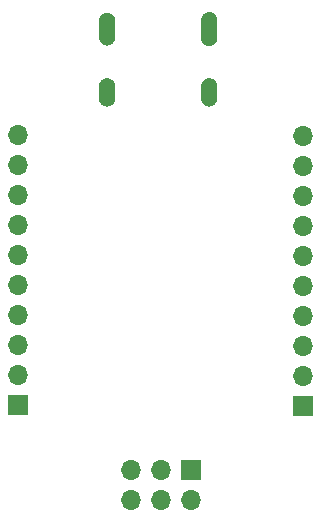
<source format=gbr>
%TF.GenerationSoftware,KiCad,Pcbnew,(6.0.7)*%
%TF.CreationDate,2022-09-02T00:32:44-07:00*%
%TF.ProjectId,HARDWARE_USBC_ISP_Programmer,48415244-5741-4524-955f-555342435f49,rev?*%
%TF.SameCoordinates,Original*%
%TF.FileFunction,Soldermask,Bot*%
%TF.FilePolarity,Negative*%
%FSLAX46Y46*%
G04 Gerber Fmt 4.6, Leading zero omitted, Abs format (unit mm)*
G04 Created by KiCad (PCBNEW (6.0.7)) date 2022-09-02 00:32:44*
%MOMM*%
%LPD*%
G01*
G04 APERTURE LIST*
%ADD10C,0.010000*%
%ADD11R,1.700000X1.700000*%
%ADD12O,1.700000X1.700000*%
G04 APERTURE END LIST*
%TO.C,J1*%
G36*
X68114000Y-90911000D02*
G01*
X68148000Y-90914000D01*
X68182000Y-90918000D01*
X68215000Y-90924000D01*
X68248000Y-90932000D01*
X68281000Y-90942000D01*
X68313000Y-90953000D01*
X68344000Y-90966000D01*
X68375000Y-90981000D01*
X68405000Y-90997000D01*
X68434000Y-91015000D01*
X68462000Y-91034000D01*
X68489000Y-91055000D01*
X68515000Y-91077000D01*
X68540000Y-91100000D01*
X68563000Y-91125000D01*
X68585000Y-91151000D01*
X68606000Y-91178000D01*
X68625000Y-91206000D01*
X68643000Y-91235000D01*
X68659000Y-91265000D01*
X68674000Y-91296000D01*
X68687000Y-91327000D01*
X68698000Y-91359000D01*
X68708000Y-91392000D01*
X68716000Y-91425000D01*
X68722000Y-91458000D01*
X68726000Y-91492000D01*
X68729000Y-91526000D01*
X68730000Y-91560000D01*
X68730000Y-92560000D01*
X68729000Y-92594000D01*
X68726000Y-92628000D01*
X68722000Y-92662000D01*
X68716000Y-92695000D01*
X68708000Y-92728000D01*
X68698000Y-92761000D01*
X68687000Y-92793000D01*
X68674000Y-92824000D01*
X68659000Y-92855000D01*
X68643000Y-92885000D01*
X68625000Y-92914000D01*
X68606000Y-92942000D01*
X68585000Y-92969000D01*
X68563000Y-92995000D01*
X68540000Y-93020000D01*
X68515000Y-93043000D01*
X68489000Y-93065000D01*
X68462000Y-93086000D01*
X68434000Y-93105000D01*
X68405000Y-93123000D01*
X68375000Y-93139000D01*
X68344000Y-93154000D01*
X68313000Y-93167000D01*
X68281000Y-93178000D01*
X68248000Y-93188000D01*
X68215000Y-93196000D01*
X68182000Y-93202000D01*
X68148000Y-93206000D01*
X68114000Y-93209000D01*
X68080000Y-93210000D01*
X68046000Y-93209000D01*
X68012000Y-93206000D01*
X67978000Y-93202000D01*
X67945000Y-93196000D01*
X67912000Y-93188000D01*
X67879000Y-93178000D01*
X67847000Y-93167000D01*
X67816000Y-93154000D01*
X67785000Y-93139000D01*
X67755000Y-93123000D01*
X67726000Y-93105000D01*
X67698000Y-93086000D01*
X67671000Y-93065000D01*
X67645000Y-93043000D01*
X67620000Y-93020000D01*
X67597000Y-92995000D01*
X67575000Y-92969000D01*
X67554000Y-92942000D01*
X67535000Y-92914000D01*
X67517000Y-92885000D01*
X67501000Y-92855000D01*
X67486000Y-92824000D01*
X67473000Y-92793000D01*
X67462000Y-92761000D01*
X67452000Y-92728000D01*
X67444000Y-92695000D01*
X67438000Y-92662000D01*
X67434000Y-92628000D01*
X67431000Y-92594000D01*
X67430000Y-92560000D01*
X67430000Y-91560000D01*
X67431000Y-91526000D01*
X67434000Y-91492000D01*
X67438000Y-91458000D01*
X67444000Y-91425000D01*
X67452000Y-91392000D01*
X67462000Y-91359000D01*
X67473000Y-91327000D01*
X67486000Y-91296000D01*
X67501000Y-91265000D01*
X67517000Y-91235000D01*
X67535000Y-91206000D01*
X67554000Y-91178000D01*
X67575000Y-91151000D01*
X67597000Y-91125000D01*
X67620000Y-91100000D01*
X67645000Y-91077000D01*
X67671000Y-91055000D01*
X67698000Y-91034000D01*
X67726000Y-91015000D01*
X67755000Y-90997000D01*
X67785000Y-90981000D01*
X67816000Y-90966000D01*
X67847000Y-90953000D01*
X67879000Y-90942000D01*
X67912000Y-90932000D01*
X67945000Y-90924000D01*
X67978000Y-90918000D01*
X68012000Y-90914000D01*
X68046000Y-90911000D01*
X68080000Y-90910000D01*
X68114000Y-90911000D01*
G37*
D10*
X68114000Y-90911000D02*
X68148000Y-90914000D01*
X68182000Y-90918000D01*
X68215000Y-90924000D01*
X68248000Y-90932000D01*
X68281000Y-90942000D01*
X68313000Y-90953000D01*
X68344000Y-90966000D01*
X68375000Y-90981000D01*
X68405000Y-90997000D01*
X68434000Y-91015000D01*
X68462000Y-91034000D01*
X68489000Y-91055000D01*
X68515000Y-91077000D01*
X68540000Y-91100000D01*
X68563000Y-91125000D01*
X68585000Y-91151000D01*
X68606000Y-91178000D01*
X68625000Y-91206000D01*
X68643000Y-91235000D01*
X68659000Y-91265000D01*
X68674000Y-91296000D01*
X68687000Y-91327000D01*
X68698000Y-91359000D01*
X68708000Y-91392000D01*
X68716000Y-91425000D01*
X68722000Y-91458000D01*
X68726000Y-91492000D01*
X68729000Y-91526000D01*
X68730000Y-91560000D01*
X68730000Y-92560000D01*
X68729000Y-92594000D01*
X68726000Y-92628000D01*
X68722000Y-92662000D01*
X68716000Y-92695000D01*
X68708000Y-92728000D01*
X68698000Y-92761000D01*
X68687000Y-92793000D01*
X68674000Y-92824000D01*
X68659000Y-92855000D01*
X68643000Y-92885000D01*
X68625000Y-92914000D01*
X68606000Y-92942000D01*
X68585000Y-92969000D01*
X68563000Y-92995000D01*
X68540000Y-93020000D01*
X68515000Y-93043000D01*
X68489000Y-93065000D01*
X68462000Y-93086000D01*
X68434000Y-93105000D01*
X68405000Y-93123000D01*
X68375000Y-93139000D01*
X68344000Y-93154000D01*
X68313000Y-93167000D01*
X68281000Y-93178000D01*
X68248000Y-93188000D01*
X68215000Y-93196000D01*
X68182000Y-93202000D01*
X68148000Y-93206000D01*
X68114000Y-93209000D01*
X68080000Y-93210000D01*
X68046000Y-93209000D01*
X68012000Y-93206000D01*
X67978000Y-93202000D01*
X67945000Y-93196000D01*
X67912000Y-93188000D01*
X67879000Y-93178000D01*
X67847000Y-93167000D01*
X67816000Y-93154000D01*
X67785000Y-93139000D01*
X67755000Y-93123000D01*
X67726000Y-93105000D01*
X67698000Y-93086000D01*
X67671000Y-93065000D01*
X67645000Y-93043000D01*
X67620000Y-93020000D01*
X67597000Y-92995000D01*
X67575000Y-92969000D01*
X67554000Y-92942000D01*
X67535000Y-92914000D01*
X67517000Y-92885000D01*
X67501000Y-92855000D01*
X67486000Y-92824000D01*
X67473000Y-92793000D01*
X67462000Y-92761000D01*
X67452000Y-92728000D01*
X67444000Y-92695000D01*
X67438000Y-92662000D01*
X67434000Y-92628000D01*
X67431000Y-92594000D01*
X67430000Y-92560000D01*
X67430000Y-91560000D01*
X67431000Y-91526000D01*
X67434000Y-91492000D01*
X67438000Y-91458000D01*
X67444000Y-91425000D01*
X67452000Y-91392000D01*
X67462000Y-91359000D01*
X67473000Y-91327000D01*
X67486000Y-91296000D01*
X67501000Y-91265000D01*
X67517000Y-91235000D01*
X67535000Y-91206000D01*
X67554000Y-91178000D01*
X67575000Y-91151000D01*
X67597000Y-91125000D01*
X67620000Y-91100000D01*
X67645000Y-91077000D01*
X67671000Y-91055000D01*
X67698000Y-91034000D01*
X67726000Y-91015000D01*
X67755000Y-90997000D01*
X67785000Y-90981000D01*
X67816000Y-90966000D01*
X67847000Y-90953000D01*
X67879000Y-90942000D01*
X67912000Y-90932000D01*
X67945000Y-90924000D01*
X67978000Y-90918000D01*
X68012000Y-90914000D01*
X68046000Y-90911000D01*
X68080000Y-90910000D01*
X68114000Y-90911000D01*
G36*
X76789000Y-90911000D02*
G01*
X76821000Y-90914000D01*
X76854000Y-90919000D01*
X76886000Y-90926000D01*
X76917000Y-90934000D01*
X76949000Y-90944000D01*
X76979000Y-90955000D01*
X77009000Y-90968000D01*
X77039000Y-90983000D01*
X77067000Y-90999000D01*
X77095000Y-91016000D01*
X77121000Y-91035000D01*
X77147000Y-91056000D01*
X77172000Y-91078000D01*
X77195000Y-91100000D01*
X77217000Y-91125000D01*
X77238000Y-91150000D01*
X77257000Y-91176000D01*
X77275000Y-91204000D01*
X77292000Y-91232000D01*
X77307000Y-91261000D01*
X77321000Y-91291000D01*
X77333000Y-91321000D01*
X77343000Y-91352000D01*
X77352000Y-91384000D01*
X77359000Y-91416000D01*
X77364000Y-91448000D01*
X77368000Y-91480000D01*
X77370000Y-91510000D01*
X77370000Y-92547000D01*
X77369000Y-92582000D01*
X77365000Y-92617000D01*
X77360000Y-92652000D01*
X77353000Y-92687000D01*
X77344000Y-92721000D01*
X77334000Y-92755000D01*
X77321000Y-92788000D01*
X77307000Y-92820000D01*
X77291000Y-92852000D01*
X77274000Y-92883000D01*
X77255000Y-92913000D01*
X77234000Y-92942000D01*
X77212000Y-92969000D01*
X77189000Y-92996000D01*
X77164000Y-93021000D01*
X77138000Y-93045000D01*
X77111000Y-93067000D01*
X77082000Y-93088000D01*
X77053000Y-93108000D01*
X77022000Y-93126000D01*
X76991000Y-93142000D01*
X76959000Y-93157000D01*
X76926000Y-93170000D01*
X76892000Y-93181000D01*
X76858000Y-93190000D01*
X76824000Y-93198000D01*
X76789000Y-93204000D01*
X76754000Y-93208000D01*
X76720000Y-93210000D01*
X76686000Y-93209000D01*
X76652000Y-93206000D01*
X76618000Y-93202000D01*
X76585000Y-93196000D01*
X76552000Y-93188000D01*
X76519000Y-93178000D01*
X76487000Y-93167000D01*
X76456000Y-93154000D01*
X76425000Y-93139000D01*
X76395000Y-93123000D01*
X76366000Y-93105000D01*
X76338000Y-93086000D01*
X76311000Y-93065000D01*
X76285000Y-93043000D01*
X76260000Y-93020000D01*
X76237000Y-92995000D01*
X76215000Y-92969000D01*
X76194000Y-92942000D01*
X76175000Y-92914000D01*
X76157000Y-92885000D01*
X76141000Y-92855000D01*
X76126000Y-92824000D01*
X76113000Y-92793000D01*
X76102000Y-92761000D01*
X76092000Y-92728000D01*
X76084000Y-92695000D01*
X76078000Y-92662000D01*
X76074000Y-92628000D01*
X76071000Y-92594000D01*
X76070000Y-92560000D01*
X76070000Y-91560000D01*
X76071000Y-91526000D01*
X76074000Y-91492000D01*
X76078000Y-91458000D01*
X76084000Y-91425000D01*
X76092000Y-91392000D01*
X76102000Y-91359000D01*
X76113000Y-91327000D01*
X76126000Y-91296000D01*
X76141000Y-91265000D01*
X76157000Y-91235000D01*
X76175000Y-91206000D01*
X76194000Y-91178000D01*
X76215000Y-91151000D01*
X76237000Y-91125000D01*
X76260000Y-91100000D01*
X76285000Y-91077000D01*
X76311000Y-91055000D01*
X76338000Y-91034000D01*
X76366000Y-91015000D01*
X76395000Y-90997000D01*
X76425000Y-90981000D01*
X76456000Y-90966000D01*
X76487000Y-90953000D01*
X76519000Y-90942000D01*
X76552000Y-90932000D01*
X76585000Y-90924000D01*
X76618000Y-90918000D01*
X76652000Y-90914000D01*
X76686000Y-90911000D01*
X76720000Y-90910000D01*
X76756000Y-90910000D01*
X76789000Y-90911000D01*
G37*
X76789000Y-90911000D02*
X76821000Y-90914000D01*
X76854000Y-90919000D01*
X76886000Y-90926000D01*
X76917000Y-90934000D01*
X76949000Y-90944000D01*
X76979000Y-90955000D01*
X77009000Y-90968000D01*
X77039000Y-90983000D01*
X77067000Y-90999000D01*
X77095000Y-91016000D01*
X77121000Y-91035000D01*
X77147000Y-91056000D01*
X77172000Y-91078000D01*
X77195000Y-91100000D01*
X77217000Y-91125000D01*
X77238000Y-91150000D01*
X77257000Y-91176000D01*
X77275000Y-91204000D01*
X77292000Y-91232000D01*
X77307000Y-91261000D01*
X77321000Y-91291000D01*
X77333000Y-91321000D01*
X77343000Y-91352000D01*
X77352000Y-91384000D01*
X77359000Y-91416000D01*
X77364000Y-91448000D01*
X77368000Y-91480000D01*
X77370000Y-91510000D01*
X77370000Y-92547000D01*
X77369000Y-92582000D01*
X77365000Y-92617000D01*
X77360000Y-92652000D01*
X77353000Y-92687000D01*
X77344000Y-92721000D01*
X77334000Y-92755000D01*
X77321000Y-92788000D01*
X77307000Y-92820000D01*
X77291000Y-92852000D01*
X77274000Y-92883000D01*
X77255000Y-92913000D01*
X77234000Y-92942000D01*
X77212000Y-92969000D01*
X77189000Y-92996000D01*
X77164000Y-93021000D01*
X77138000Y-93045000D01*
X77111000Y-93067000D01*
X77082000Y-93088000D01*
X77053000Y-93108000D01*
X77022000Y-93126000D01*
X76991000Y-93142000D01*
X76959000Y-93157000D01*
X76926000Y-93170000D01*
X76892000Y-93181000D01*
X76858000Y-93190000D01*
X76824000Y-93198000D01*
X76789000Y-93204000D01*
X76754000Y-93208000D01*
X76720000Y-93210000D01*
X76686000Y-93209000D01*
X76652000Y-93206000D01*
X76618000Y-93202000D01*
X76585000Y-93196000D01*
X76552000Y-93188000D01*
X76519000Y-93178000D01*
X76487000Y-93167000D01*
X76456000Y-93154000D01*
X76425000Y-93139000D01*
X76395000Y-93123000D01*
X76366000Y-93105000D01*
X76338000Y-93086000D01*
X76311000Y-93065000D01*
X76285000Y-93043000D01*
X76260000Y-93020000D01*
X76237000Y-92995000D01*
X76215000Y-92969000D01*
X76194000Y-92942000D01*
X76175000Y-92914000D01*
X76157000Y-92885000D01*
X76141000Y-92855000D01*
X76126000Y-92824000D01*
X76113000Y-92793000D01*
X76102000Y-92761000D01*
X76092000Y-92728000D01*
X76084000Y-92695000D01*
X76078000Y-92662000D01*
X76074000Y-92628000D01*
X76071000Y-92594000D01*
X76070000Y-92560000D01*
X76070000Y-91560000D01*
X76071000Y-91526000D01*
X76074000Y-91492000D01*
X76078000Y-91458000D01*
X76084000Y-91425000D01*
X76092000Y-91392000D01*
X76102000Y-91359000D01*
X76113000Y-91327000D01*
X76126000Y-91296000D01*
X76141000Y-91265000D01*
X76157000Y-91235000D01*
X76175000Y-91206000D01*
X76194000Y-91178000D01*
X76215000Y-91151000D01*
X76237000Y-91125000D01*
X76260000Y-91100000D01*
X76285000Y-91077000D01*
X76311000Y-91055000D01*
X76338000Y-91034000D01*
X76366000Y-91015000D01*
X76395000Y-90997000D01*
X76425000Y-90981000D01*
X76456000Y-90966000D01*
X76487000Y-90953000D01*
X76519000Y-90942000D01*
X76552000Y-90932000D01*
X76585000Y-90924000D01*
X76618000Y-90918000D01*
X76652000Y-90914000D01*
X76686000Y-90911000D01*
X76720000Y-90910000D01*
X76756000Y-90910000D01*
X76789000Y-90911000D01*
G36*
X76754000Y-85302000D02*
G01*
X76789000Y-85306000D01*
X76824000Y-85312000D01*
X76858000Y-85320000D01*
X76892000Y-85329000D01*
X76926000Y-85340000D01*
X76959000Y-85353000D01*
X76991000Y-85368000D01*
X77022000Y-85384000D01*
X77053000Y-85402000D01*
X77082000Y-85422000D01*
X77111000Y-85443000D01*
X77138000Y-85465000D01*
X77164000Y-85489000D01*
X77189000Y-85514000D01*
X77212000Y-85541000D01*
X77234000Y-85568000D01*
X77255000Y-85597000D01*
X77274000Y-85627000D01*
X77291000Y-85658000D01*
X77307000Y-85690000D01*
X77321000Y-85722000D01*
X77334000Y-85755000D01*
X77344000Y-85789000D01*
X77353000Y-85823000D01*
X77360000Y-85858000D01*
X77365000Y-85893000D01*
X77369000Y-85928000D01*
X77370000Y-85963000D01*
X77370000Y-87437000D01*
X77369000Y-87472000D01*
X77365000Y-87507000D01*
X77360000Y-87542000D01*
X77353000Y-87577000D01*
X77344000Y-87611000D01*
X77334000Y-87645000D01*
X77321000Y-87678000D01*
X77307000Y-87710000D01*
X77291000Y-87742000D01*
X77274000Y-87773000D01*
X77255000Y-87803000D01*
X77234000Y-87832000D01*
X77212000Y-87859000D01*
X77189000Y-87886000D01*
X77164000Y-87911000D01*
X77138000Y-87935000D01*
X77111000Y-87957000D01*
X77082000Y-87978000D01*
X77053000Y-87998000D01*
X77022000Y-88016000D01*
X76991000Y-88032000D01*
X76959000Y-88047000D01*
X76926000Y-88060000D01*
X76892000Y-88071000D01*
X76858000Y-88080000D01*
X76824000Y-88088000D01*
X76789000Y-88094000D01*
X76754000Y-88098000D01*
X76720000Y-88100000D01*
X76686000Y-88098000D01*
X76651000Y-88094000D01*
X76616000Y-88088000D01*
X76582000Y-88080000D01*
X76548000Y-88071000D01*
X76514000Y-88060000D01*
X76481000Y-88047000D01*
X76449000Y-88032000D01*
X76418000Y-88016000D01*
X76387000Y-87998000D01*
X76358000Y-87978000D01*
X76329000Y-87957000D01*
X76302000Y-87935000D01*
X76276000Y-87911000D01*
X76251000Y-87886000D01*
X76228000Y-87859000D01*
X76206000Y-87832000D01*
X76185000Y-87803000D01*
X76166000Y-87773000D01*
X76149000Y-87742000D01*
X76133000Y-87710000D01*
X76119000Y-87678000D01*
X76106000Y-87645000D01*
X76096000Y-87611000D01*
X76087000Y-87577000D01*
X76080000Y-87542000D01*
X76075000Y-87507000D01*
X76071000Y-87472000D01*
X76070000Y-87437000D01*
X76070000Y-85963000D01*
X76071000Y-85928000D01*
X76075000Y-85893000D01*
X76080000Y-85858000D01*
X76087000Y-85823000D01*
X76096000Y-85789000D01*
X76106000Y-85755000D01*
X76119000Y-85722000D01*
X76133000Y-85690000D01*
X76149000Y-85658000D01*
X76166000Y-85627000D01*
X76185000Y-85597000D01*
X76206000Y-85568000D01*
X76228000Y-85541000D01*
X76251000Y-85514000D01*
X76276000Y-85489000D01*
X76302000Y-85465000D01*
X76329000Y-85443000D01*
X76358000Y-85422000D01*
X76387000Y-85402000D01*
X76418000Y-85384000D01*
X76449000Y-85368000D01*
X76481000Y-85353000D01*
X76514000Y-85340000D01*
X76548000Y-85329000D01*
X76582000Y-85320000D01*
X76616000Y-85312000D01*
X76651000Y-85306000D01*
X76686000Y-85302000D01*
X76720000Y-85300000D01*
X76754000Y-85302000D01*
G37*
X76754000Y-85302000D02*
X76789000Y-85306000D01*
X76824000Y-85312000D01*
X76858000Y-85320000D01*
X76892000Y-85329000D01*
X76926000Y-85340000D01*
X76959000Y-85353000D01*
X76991000Y-85368000D01*
X77022000Y-85384000D01*
X77053000Y-85402000D01*
X77082000Y-85422000D01*
X77111000Y-85443000D01*
X77138000Y-85465000D01*
X77164000Y-85489000D01*
X77189000Y-85514000D01*
X77212000Y-85541000D01*
X77234000Y-85568000D01*
X77255000Y-85597000D01*
X77274000Y-85627000D01*
X77291000Y-85658000D01*
X77307000Y-85690000D01*
X77321000Y-85722000D01*
X77334000Y-85755000D01*
X77344000Y-85789000D01*
X77353000Y-85823000D01*
X77360000Y-85858000D01*
X77365000Y-85893000D01*
X77369000Y-85928000D01*
X77370000Y-85963000D01*
X77370000Y-87437000D01*
X77369000Y-87472000D01*
X77365000Y-87507000D01*
X77360000Y-87542000D01*
X77353000Y-87577000D01*
X77344000Y-87611000D01*
X77334000Y-87645000D01*
X77321000Y-87678000D01*
X77307000Y-87710000D01*
X77291000Y-87742000D01*
X77274000Y-87773000D01*
X77255000Y-87803000D01*
X77234000Y-87832000D01*
X77212000Y-87859000D01*
X77189000Y-87886000D01*
X77164000Y-87911000D01*
X77138000Y-87935000D01*
X77111000Y-87957000D01*
X77082000Y-87978000D01*
X77053000Y-87998000D01*
X77022000Y-88016000D01*
X76991000Y-88032000D01*
X76959000Y-88047000D01*
X76926000Y-88060000D01*
X76892000Y-88071000D01*
X76858000Y-88080000D01*
X76824000Y-88088000D01*
X76789000Y-88094000D01*
X76754000Y-88098000D01*
X76720000Y-88100000D01*
X76686000Y-88098000D01*
X76651000Y-88094000D01*
X76616000Y-88088000D01*
X76582000Y-88080000D01*
X76548000Y-88071000D01*
X76514000Y-88060000D01*
X76481000Y-88047000D01*
X76449000Y-88032000D01*
X76418000Y-88016000D01*
X76387000Y-87998000D01*
X76358000Y-87978000D01*
X76329000Y-87957000D01*
X76302000Y-87935000D01*
X76276000Y-87911000D01*
X76251000Y-87886000D01*
X76228000Y-87859000D01*
X76206000Y-87832000D01*
X76185000Y-87803000D01*
X76166000Y-87773000D01*
X76149000Y-87742000D01*
X76133000Y-87710000D01*
X76119000Y-87678000D01*
X76106000Y-87645000D01*
X76096000Y-87611000D01*
X76087000Y-87577000D01*
X76080000Y-87542000D01*
X76075000Y-87507000D01*
X76071000Y-87472000D01*
X76070000Y-87437000D01*
X76070000Y-85963000D01*
X76071000Y-85928000D01*
X76075000Y-85893000D01*
X76080000Y-85858000D01*
X76087000Y-85823000D01*
X76096000Y-85789000D01*
X76106000Y-85755000D01*
X76119000Y-85722000D01*
X76133000Y-85690000D01*
X76149000Y-85658000D01*
X76166000Y-85627000D01*
X76185000Y-85597000D01*
X76206000Y-85568000D01*
X76228000Y-85541000D01*
X76251000Y-85514000D01*
X76276000Y-85489000D01*
X76302000Y-85465000D01*
X76329000Y-85443000D01*
X76358000Y-85422000D01*
X76387000Y-85402000D01*
X76418000Y-85384000D01*
X76449000Y-85368000D01*
X76481000Y-85353000D01*
X76514000Y-85340000D01*
X76548000Y-85329000D01*
X76582000Y-85320000D01*
X76616000Y-85312000D01*
X76651000Y-85306000D01*
X76686000Y-85302000D01*
X76720000Y-85300000D01*
X76754000Y-85302000D01*
G36*
X68114000Y-85352000D02*
G01*
X68149000Y-85356000D01*
X68184000Y-85362000D01*
X68218000Y-85370000D01*
X68252000Y-85379000D01*
X68286000Y-85390000D01*
X68319000Y-85403000D01*
X68351000Y-85418000D01*
X68382000Y-85434000D01*
X68413000Y-85452000D01*
X68442000Y-85472000D01*
X68471000Y-85493000D01*
X68498000Y-85515000D01*
X68524000Y-85539000D01*
X68549000Y-85564000D01*
X68572000Y-85591000D01*
X68594000Y-85618000D01*
X68615000Y-85647000D01*
X68634000Y-85677000D01*
X68651000Y-85708000D01*
X68667000Y-85740000D01*
X68681000Y-85772000D01*
X68694000Y-85805000D01*
X68704000Y-85839000D01*
X68713000Y-85873000D01*
X68720000Y-85908000D01*
X68725000Y-85943000D01*
X68729000Y-85978000D01*
X68730000Y-86013000D01*
X68730000Y-87387000D01*
X68729000Y-87422000D01*
X68725000Y-87457000D01*
X68720000Y-87492000D01*
X68713000Y-87527000D01*
X68704000Y-87561000D01*
X68694000Y-87595000D01*
X68681000Y-87628000D01*
X68667000Y-87660000D01*
X68651000Y-87692000D01*
X68634000Y-87723000D01*
X68615000Y-87753000D01*
X68594000Y-87782000D01*
X68572000Y-87809000D01*
X68549000Y-87836000D01*
X68524000Y-87861000D01*
X68498000Y-87885000D01*
X68471000Y-87907000D01*
X68442000Y-87928000D01*
X68413000Y-87948000D01*
X68382000Y-87966000D01*
X68351000Y-87982000D01*
X68319000Y-87997000D01*
X68286000Y-88010000D01*
X68252000Y-88021000D01*
X68218000Y-88030000D01*
X68184000Y-88038000D01*
X68149000Y-88044000D01*
X68114000Y-88048000D01*
X68080000Y-88050000D01*
X68046000Y-88048000D01*
X68011000Y-88044000D01*
X67976000Y-88038000D01*
X67942000Y-88030000D01*
X67908000Y-88021000D01*
X67874000Y-88010000D01*
X67841000Y-87997000D01*
X67809000Y-87982000D01*
X67778000Y-87966000D01*
X67747000Y-87948000D01*
X67718000Y-87928000D01*
X67689000Y-87907000D01*
X67662000Y-87885000D01*
X67636000Y-87861000D01*
X67611000Y-87836000D01*
X67588000Y-87809000D01*
X67566000Y-87782000D01*
X67545000Y-87753000D01*
X67526000Y-87723000D01*
X67509000Y-87692000D01*
X67493000Y-87660000D01*
X67479000Y-87628000D01*
X67466000Y-87595000D01*
X67456000Y-87561000D01*
X67447000Y-87527000D01*
X67440000Y-87492000D01*
X67435000Y-87457000D01*
X67431000Y-87422000D01*
X67430000Y-87387000D01*
X67430000Y-86013000D01*
X67431000Y-85978000D01*
X67435000Y-85943000D01*
X67440000Y-85908000D01*
X67447000Y-85873000D01*
X67456000Y-85839000D01*
X67466000Y-85805000D01*
X67479000Y-85772000D01*
X67493000Y-85740000D01*
X67509000Y-85708000D01*
X67526000Y-85677000D01*
X67545000Y-85647000D01*
X67566000Y-85618000D01*
X67588000Y-85591000D01*
X67611000Y-85564000D01*
X67636000Y-85539000D01*
X67662000Y-85515000D01*
X67689000Y-85493000D01*
X67718000Y-85472000D01*
X67747000Y-85452000D01*
X67778000Y-85434000D01*
X67809000Y-85418000D01*
X67841000Y-85403000D01*
X67874000Y-85390000D01*
X67908000Y-85379000D01*
X67942000Y-85370000D01*
X67976000Y-85362000D01*
X68011000Y-85356000D01*
X68046000Y-85352000D01*
X68080000Y-85350000D01*
X68114000Y-85352000D01*
G37*
X68114000Y-85352000D02*
X68149000Y-85356000D01*
X68184000Y-85362000D01*
X68218000Y-85370000D01*
X68252000Y-85379000D01*
X68286000Y-85390000D01*
X68319000Y-85403000D01*
X68351000Y-85418000D01*
X68382000Y-85434000D01*
X68413000Y-85452000D01*
X68442000Y-85472000D01*
X68471000Y-85493000D01*
X68498000Y-85515000D01*
X68524000Y-85539000D01*
X68549000Y-85564000D01*
X68572000Y-85591000D01*
X68594000Y-85618000D01*
X68615000Y-85647000D01*
X68634000Y-85677000D01*
X68651000Y-85708000D01*
X68667000Y-85740000D01*
X68681000Y-85772000D01*
X68694000Y-85805000D01*
X68704000Y-85839000D01*
X68713000Y-85873000D01*
X68720000Y-85908000D01*
X68725000Y-85943000D01*
X68729000Y-85978000D01*
X68730000Y-86013000D01*
X68730000Y-87387000D01*
X68729000Y-87422000D01*
X68725000Y-87457000D01*
X68720000Y-87492000D01*
X68713000Y-87527000D01*
X68704000Y-87561000D01*
X68694000Y-87595000D01*
X68681000Y-87628000D01*
X68667000Y-87660000D01*
X68651000Y-87692000D01*
X68634000Y-87723000D01*
X68615000Y-87753000D01*
X68594000Y-87782000D01*
X68572000Y-87809000D01*
X68549000Y-87836000D01*
X68524000Y-87861000D01*
X68498000Y-87885000D01*
X68471000Y-87907000D01*
X68442000Y-87928000D01*
X68413000Y-87948000D01*
X68382000Y-87966000D01*
X68351000Y-87982000D01*
X68319000Y-87997000D01*
X68286000Y-88010000D01*
X68252000Y-88021000D01*
X68218000Y-88030000D01*
X68184000Y-88038000D01*
X68149000Y-88044000D01*
X68114000Y-88048000D01*
X68080000Y-88050000D01*
X68046000Y-88048000D01*
X68011000Y-88044000D01*
X67976000Y-88038000D01*
X67942000Y-88030000D01*
X67908000Y-88021000D01*
X67874000Y-88010000D01*
X67841000Y-87997000D01*
X67809000Y-87982000D01*
X67778000Y-87966000D01*
X67747000Y-87948000D01*
X67718000Y-87928000D01*
X67689000Y-87907000D01*
X67662000Y-87885000D01*
X67636000Y-87861000D01*
X67611000Y-87836000D01*
X67588000Y-87809000D01*
X67566000Y-87782000D01*
X67545000Y-87753000D01*
X67526000Y-87723000D01*
X67509000Y-87692000D01*
X67493000Y-87660000D01*
X67479000Y-87628000D01*
X67466000Y-87595000D01*
X67456000Y-87561000D01*
X67447000Y-87527000D01*
X67440000Y-87492000D01*
X67435000Y-87457000D01*
X67431000Y-87422000D01*
X67430000Y-87387000D01*
X67430000Y-86013000D01*
X67431000Y-85978000D01*
X67435000Y-85943000D01*
X67440000Y-85908000D01*
X67447000Y-85873000D01*
X67456000Y-85839000D01*
X67466000Y-85805000D01*
X67479000Y-85772000D01*
X67493000Y-85740000D01*
X67509000Y-85708000D01*
X67526000Y-85677000D01*
X67545000Y-85647000D01*
X67566000Y-85618000D01*
X67588000Y-85591000D01*
X67611000Y-85564000D01*
X67636000Y-85539000D01*
X67662000Y-85515000D01*
X67689000Y-85493000D01*
X67718000Y-85472000D01*
X67747000Y-85452000D01*
X67778000Y-85434000D01*
X67809000Y-85418000D01*
X67841000Y-85403000D01*
X67874000Y-85390000D01*
X67908000Y-85379000D01*
X67942000Y-85370000D01*
X67976000Y-85362000D01*
X68011000Y-85356000D01*
X68046000Y-85352000D01*
X68080000Y-85350000D01*
X68114000Y-85352000D01*
%TD*%
D11*
%TO.C,J2*%
X75200000Y-124025000D03*
D12*
X75200000Y-126565000D03*
X72660000Y-124025000D03*
X72660000Y-126565000D03*
X70120000Y-124025000D03*
X70120000Y-126565000D03*
%TD*%
D11*
%TO.C,J3*%
X60550000Y-118585000D03*
D12*
X60550000Y-116045000D03*
X60550000Y-113505000D03*
X60550000Y-110965000D03*
X60550000Y-108425000D03*
X60550000Y-105885000D03*
X60550000Y-103345000D03*
X60550000Y-100805000D03*
X60550000Y-98265000D03*
X60550000Y-95725000D03*
%TD*%
D11*
%TO.C,J4*%
X84725000Y-118610000D03*
D12*
X84725000Y-116070000D03*
X84725000Y-113530000D03*
X84725000Y-110990000D03*
X84725000Y-108450000D03*
X84725000Y-105910000D03*
X84725000Y-103370000D03*
X84725000Y-100830000D03*
X84725000Y-98290000D03*
X84725000Y-95750000D03*
%TD*%
M02*

</source>
